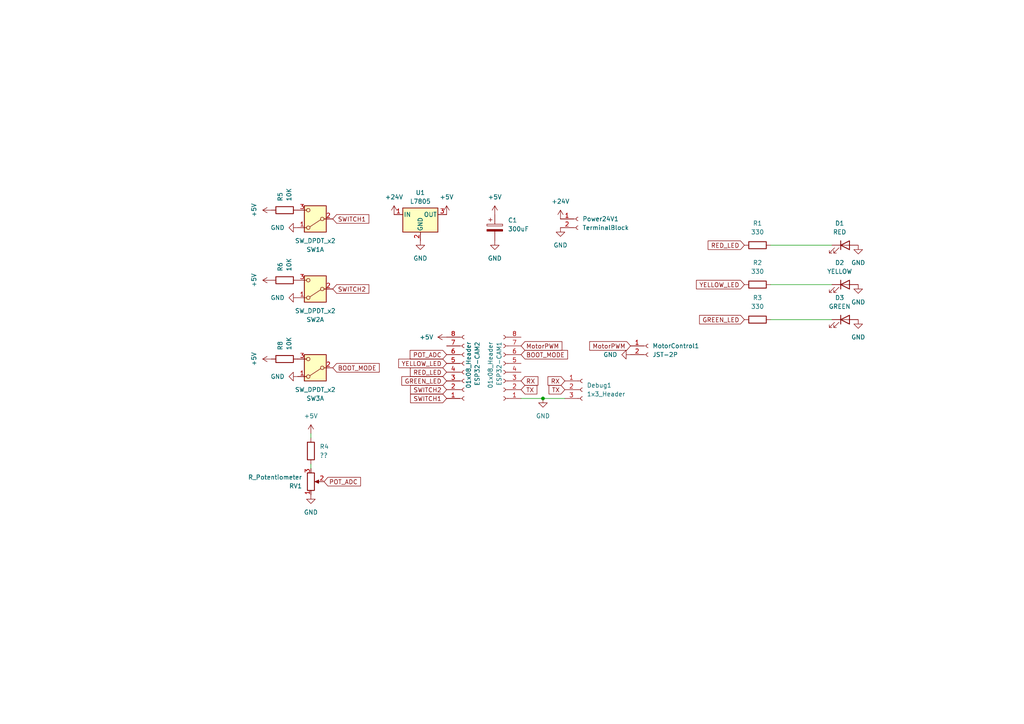
<source format=kicad_sch>
(kicad_sch (version 20230121) (generator eeschema)
  (paper "A4")
  (lib_symbols
    (symbol "Connector:Conn_01x02_Socket" (pin_names (offset 1.016) hide)
      (property "Reference" "J" (at 0 2.54 0))
      (property "Value" "Conn_01x02_Socket" (at 0 -5.08 0))
      (symbol "Conn_01x02_Socket_1_1"
        (arc (start 0 -2.032) (mid -0.5058 -2.54) (end 0 -3.048) (stroke (width 0.1524)))
        (polyline (pts (xy -1.27 -2.54) (xy -0.508 -2.54)) (stroke (width 0.1524)))
        (polyline (pts (xy -1.27 0) (xy -0.508 0)) (stroke (width 0.1524)))
        (arc (start 0 0.508) (mid -0.5058 0) (end 0 -0.508) (stroke (width 0.1524)))
        (pin passive line (at -5.08 0 0) (length 3.81) (name "Pin_1") (number "1"))
        (pin passive line (at -5.08 -2.54 0) (length 3.81) (name "Pin_2") (number "2"))
      )
    )
    (symbol "Connector:Conn_01x03_Socket" (pin_names (offset 1.016) hide)
      (property "Reference" "J" (at 0 5.08 0))
      (property "Value" "Conn_01x03_Socket" (at 0 -5.08 0))
      (symbol "Conn_01x03_Socket_1_1"
        (arc (start 0 -2.032) (mid -0.5058 -2.54) (end 0 -3.048) (stroke (width 0.1524)))
        (polyline (pts (xy -1.27 -2.54) (xy -0.508 -2.54)) (stroke (width 0.1524)))
        (polyline (pts (xy -1.27 0) (xy -0.508 0)) (stroke (width 0.1524)))
        (polyline (pts (xy -1.27 2.54) (xy -0.508 2.54)) (stroke (width 0.1524)))
        (arc (start 0 0.508) (mid -0.5058 0) (end 0 -0.508) (stroke (width 0.1524)))
        (arc (start 0 3.048) (mid -0.5058 2.54) (end 0 2.032) (stroke (width 0.1524)))
        (pin passive line (at -5.08 2.54 0) (length 3.81) (name "Pin_1") (number "1"))
        (pin passive line (at -5.08 0 0) (length 3.81) (name "Pin_2") (number "2"))
        (pin passive line (at -5.08 -2.54 0) (length 3.81) (name "Pin_3") (number "3"))
      )
    )
    (symbol "Connector:Conn_01x08_Socket" (pin_names (offset 1.016) hide)
      (property "Reference" "J" (at 0 10.16 0))
      (property "Value" "Conn_01x08_Socket" (at 0 -12.7 0))
      (symbol "Conn_01x08_Socket_1_1"
        (arc (start 0 -9.652) (mid -0.5058 -10.16) (end 0 -10.668) (stroke (width 0.1524)))
        (arc (start 0 -7.112) (mid -0.5058 -7.62) (end 0 -8.128) (stroke (width 0.1524)))
        (arc (start 0 -4.572) (mid -0.5058 -5.08) (end 0 -5.588) (stroke (width 0.1524)))
        (arc (start 0 -2.032) (mid -0.5058 -2.54) (end 0 -3.048) (stroke (width 0.1524)))
        (polyline (pts (xy -1.27 -10.16) (xy -0.508 -10.16)) (stroke (width 0.1524)))
        (polyline (pts (xy -1.27 -7.62) (xy -0.508 -7.62)) (stroke (width 0.1524)))
        (polyline (pts (xy -1.27 -5.08) (xy -0.508 -5.08)) (stroke (width 0.1524)))
        (polyline (pts (xy -1.27 -2.54) (xy -0.508 -2.54)) (stroke (width 0.1524)))
        (polyline (pts (xy -1.27 0) (xy -0.508 0)) (stroke (width 0.1524)))
        (polyline (pts (xy -1.27 2.54) (xy -0.508 2.54)) (stroke (width 0.1524)))
        (polyline (pts (xy -1.27 5.08) (xy -0.508 5.08)) (stroke (width 0.1524)))
        (polyline (pts (xy -1.27 7.62) (xy -0.508 7.62)) (stroke (width 0.1524)))
        (arc (start 0 0.508) (mid -0.5058 0) (end 0 -0.508) (stroke (width 0.1524)))
        (arc (start 0 3.048) (mid -0.5058 2.54) (end 0 2.032) (stroke (width 0.1524)))
        (arc (start 0 5.588) (mid -0.5058 5.08) (end 0 4.572) (stroke (width 0.1524)))
        (arc (start 0 8.128) (mid -0.5058 7.62) (end 0 7.112) (stroke (width 0.1524)))
        (pin passive line (at -5.08 7.62 0) (length 3.81) (name "Pin_1") (number "1"))
        (pin passive line (at -5.08 5.08 0) (length 3.81) (name "Pin_2") (number "2"))
        (pin passive line (at -5.08 2.54 0) (length 3.81) (name "Pin_3") (number "3"))
        (pin passive line (at -5.08 0 0) (length 3.81) (name "Pin_4") (number "4"))
        (pin passive line (at -5.08 -2.54 0) (length 3.81) (name "Pin_5") (number "5"))
        (pin passive line (at -5.08 -5.08 0) (length 3.81) (name "Pin_6") (number "6"))
        (pin passive line (at -5.08 -7.62 0) (length 3.81) (name "Pin_7") (number "7"))
        (pin passive line (at -5.08 -10.16 0) (length 3.81) (name "Pin_8") (number "8"))
      )
    )
    (symbol "Device:C_Polarized" (pin_numbers hide) (pin_names (offset 0.254))
      (property "Reference" "C" (at 0.635 2.54 0))
      (property "Value" "C_Polarized" (at 0.635 -2.54 0))
      (symbol "C_Polarized_0_1"
        (rectangle (start -2.286 0.508) (end 2.286 1.016))
        (polyline (pts (xy -1.778 2.286) (xy -0.762 2.286)))
        (polyline (pts (xy -1.27 2.794) (xy -1.27 1.778)))
        (rectangle (start 2.286 -0.508) (end -2.286 -1.016) (fill (type outline)))
      )
      (symbol "C_Polarized_1_1"
        (pin passive line (at 0 3.81 270) (length 2.794) (name "~") (number "1"))
        (pin passive line (at 0 -3.81 90) (length 2.794) (name "~") (number "2"))
      )
    )
    (symbol "Device:LED" (pin_numbers hide) (pin_names (offset 1.016) hide)
      (property "Reference" "D" (at 0 2.54 0))
      (property "Value" "LED" (at 0 -2.54 0))
      (symbol "LED_0_1"
        (polyline (pts (xy -1.27 -1.27) (xy -1.27 1.27)) (stroke (width 0.254)))
        (polyline (pts (xy -1.27 0) (xy 1.27 0)))
        (polyline (pts (xy 1.27 -1.27) (xy 1.27 1.27) (xy -1.27 0) (xy 1.27 -1.27)) (stroke (width 0.254)))
        (polyline (pts (xy -3.048 -0.762) (xy -4.572 -2.286) (xy -3.81 -2.286) (xy -4.572 -2.286) (xy -4.572 -1.524)))
        (polyline (pts (xy -1.778 -0.762) (xy -3.302 -2.286) (xy -2.54 -2.286) (xy -3.302 -2.286) (xy -3.302 -1.524)))
      )
      (symbol "LED_1_1"
        (pin passive line (at -3.81 0 0) (length 2.54) (name "K") (number "1"))
        (pin passive line (at 3.81 0 180) (length 2.54) (name "A") (number "2"))
      )
    )
    (symbol "Device:R" (pin_numbers hide) (pin_names (offset 0))
      (property "Reference" "R" (at 2.032 0 90))
      (property "Value" "R" (at 0 0 90))
      (symbol "R_0_1"
        (rectangle (start -1.016 -2.54) (end 1.016 2.54) (stroke (width 0.254)))
      )
      (symbol "R_1_1"
        (pin passive line (at 0 3.81 270) (length 1.27) (name "~") (number "1"))
        (pin passive line (at 0 -3.81 90) (length 1.27) (name "~") (number "2"))
      )
    )
    (symbol "Device:R_Potentiometer" (pin_names (offset 1.016) hide)
      (property "Reference" "RV" (at -4.445 0 90))
      (property "Value" "R_Potentiometer" (at -2.54 0 90))
      (symbol "R_Potentiometer_0_1"
        (polyline (pts (xy 2.54 0) (xy 1.524 0)))
        (polyline (pts (xy 1.143 0) (xy 2.286 0.508) (xy 2.286 -0.508) (xy 1.143 0)) (fill (type outline)))
        (rectangle (start 1.016 2.54) (end -1.016 -2.54) (stroke (width 0.254)))
      )
      (symbol "R_Potentiometer_1_1"
        (pin passive line (at 0 3.81 270) (length 1.27) (name "1") (number "1"))
        (pin passive line (at 3.81 0 180) (length 1.27) (name "2") (number "2"))
        (pin passive line (at 0 -3.81 90) (length 1.27) (name "3") (number "3"))
      )
    )
    (symbol "Regulator_Linear:L7805" (pin_names (offset 0.254))
      (property "Reference" "U" (at -3.81 3.175 0))
      (property "Value" "L7805" (at 0 3.175 0))
      (symbol "L7805_0_1"
        (rectangle (start -5.08 1.905) (end 5.08 -5.08) (stroke (width 0.254)) (fill (type background)))
      )
      (symbol "L7805_1_1"
        (pin power_in line (at -7.62 0 0) (length 2.54) (name "IN") (number "1"))
        (pin power_in line (at 0 -7.62 90) (length 2.54) (name "GND") (number "2"))
        (pin power_out line (at 7.62 0 180) (length 2.54) (name "OUT") (number "3"))
      )
    )
    (symbol "Switch:SW_DPDT_x2" (pin_names (offset 0) hide)
      (property "Reference" "SW" (at 0 5.08 0))
      (property "Value" "SW_DPDT_x2" (at 0 -5.08 0))
      (symbol "SW_DPDT_x2_0_0"
        (circle (center -2.032 0) (radius 0.508))
        (circle (center 2.032 -2.54) (radius 0.508))
      )
      (symbol "SW_DPDT_x2_0_1"
        (rectangle (start -3.175 3.81) (end 3.175 -3.81) (stroke (width 0.254)) (fill (type background)))
        (polyline (pts (xy -1.524 0.254) (xy 1.5748 2.286)))
        (circle (center 2.032 2.54) (radius 0.508))
      )
      (symbol "SW_DPDT_x2_1_1"
        (pin passive line (at 5.08 2.54 180) (length 2.54) (name "A") (number "1"))
        (pin passive line (at -5.08 0 0) (length 2.54) (name "B") (number "2"))
        (pin passive line (at 5.08 -2.54 180) (length 2.54) (name "C") (number "3"))
      )
      (symbol "SW_DPDT_x2_2_1"
        (pin passive line (at 5.08 2.54 180) (length 2.54) (name "A") (number "4"))
        (pin passive line (at -5.08 0 0) (length 2.54) (name "B") (number "5"))
        (pin passive line (at 5.08 -2.54 180) (length 2.54) (name "C") (number "6"))
      )
    )
    (symbol "power:+24V" (power) (pin_names (offset 0))
      (property "Value" "+24V" (at 0 3.556 0))
      (symbol "+24V_0_1"
        (polyline (pts (xy -0.762 1.27) (xy 0 2.54)))
        (polyline (pts (xy 0 0) (xy 0 2.54)))
        (polyline (pts (xy 0 2.54) (xy 0.762 1.27)))
      )
      (symbol "+24V_1_1"
        (pin power_in line (at 0 0 90) (length 0) hide (name "+24V") (number "1"))
      )
    )
    (symbol "power:+5V" (power) (pin_names (offset 0))
      (property "Value" "+5V" (at 0 3.556 0))
      (symbol "+5V_0_1"
        (polyline (pts (xy -0.762 1.27) (xy 0 2.54)))
        (polyline (pts (xy 0 0) (xy 0 2.54)))
        (polyline (pts (xy 0 2.54) (xy 0.762 1.27)))
      )
      (symbol "+5V_1_1"
        (pin power_in line (at 0 0 90) (length 0) hide (name "+5V") (number "1"))
      )
    )
    (symbol "power:GND" (power) (pin_names (offset 0))
      (property "Value" "GND" (at 0 -3.81 0))
      (symbol "GND_0_1"
        (polyline (pts (xy 0 0) (xy 0 -1.27) (xy 1.27 -1.27) (xy 0 -2.54) (xy -1.27 -1.27) (xy 0 -1.27)))
      )
      (symbol "GND_1_1"
        (pin power_in line (at 0 0 270) (length 0) hide (name "GND") (number "1"))
      )
    )
  )
  (junction (at 157.48 115.57))
  (wire (pts (xy 151.13 115.57) (xy 157.48 115.57)))
  (wire (pts (xy 157.48 115.57) (xy 163.83 115.57)))
  (wire (pts (xy 90.17 125.73) (xy 90.17 127)))
  (wire (pts (xy 90.17 134.62) (xy 90.17 135.89)))
  (wire (pts (xy 223.52 92.71) (xy 241.3 92.71)))
  (wire (pts (xy 223.52 82.55) (xy 241.3 82.55)))
  (wire (pts (xy 223.52 71.12) (xy 241.3 71.12)))
  (global_label "RED_LED" (shape input) (at 215.9 71.12 180) (property "Intersheetrefs" "${INTERSHEET_REFS}" (effects hide)))
  (global_label "MotorPWM" (shape input) (at 151.13 100.33 0) (property "Intersheetrefs" "${INTERSHEET_REFS}" (effects hide)))
  (global_label "GREEN_LED" (shape input) (at 129.54 110.49 180) (property "Intersheetrefs" "${INTERSHEET_REFS}" (effects hide)))
  (global_label "RX" (shape input) (at 151.13 110.49 0) (property "Intersheetrefs" "${INTERSHEET_REFS}" (effects hide)))
  (global_label "RED_LED" (shape input) (at 129.54 107.95 180) (property "Intersheetrefs" "${INTERSHEET_REFS}" (effects hide)))
  (global_label "SWITCH2" (shape input) (at 129.54 113.03 180) (property "Intersheetrefs" "${INTERSHEET_REFS}" (effects hide)))
  (global_label "GREEN_LED" (shape input) (at 215.9 92.71 180) (property "Intersheetrefs" "${INTERSHEET_REFS}" (effects hide)))
  (global_label "POT_ADC" (shape input) (at 129.54 102.87 180) (property "Intersheetrefs" "${INTERSHEET_REFS}" (effects hide)))
  (global_label "YELLOW_LED" (shape input) (at 215.9 82.55 180) (property "Intersheetrefs" "${INTERSHEET_REFS}" (effects hide)))
  (global_label "POT_ADC" (shape input) (at 93.98 139.7 0) (property "Intersheetrefs" "${INTERSHEET_REFS}" (effects hide)))
  (global_label "RX" (shape input) (at 163.83 110.49 180) (property "Intersheetrefs" "${INTERSHEET_REFS}" (effects hide)))
  (global_label "SWITCH1" (shape input) (at 96.52 63.5 0) (property "Intersheetrefs" "${INTERSHEET_REFS}" (effects hide)))
  (global_label "BOOT_MODE" (shape input) (at 151.13 102.87 0) (property "Intersheetrefs" "${INTERSHEET_REFS}" (effects hide)))
  (global_label "MotorPWM" (shape input) (at 182.88 100.33 180) (property "Intersheetrefs" "${INTERSHEET_REFS}" (effects hide)))
  (global_label "TX" (shape input) (at 163.83 113.03 180) (property "Intersheetrefs" "${INTERSHEET_REFS}" (effects hide)))
  (global_label "TX" (shape input) (at 151.13 113.03 0) (property "Intersheetrefs" "${INTERSHEET_REFS}" (effects hide)))
  (global_label "YELLOW_LED" (shape input) (at 129.54 105.41 180) (property "Intersheetrefs" "${INTERSHEET_REFS}" (effects hide)))
  (global_label "SWITCH1" (shape input) (at 129.54 115.57 180) (property "Intersheetrefs" "${INTERSHEET_REFS}" (effects hide)))
  (global_label "SWITCH2" (shape input) (at 96.52 83.82 0) (property "Intersheetrefs" "${INTERSHEET_REFS}" (effects hide)))
  (global_label "BOOT_MODE" (shape input) (at 96.52 106.68 0) (property "Intersheetrefs" "${INTERSHEET_REFS}" (effects hide)))
  (symbol (lib_id "power:+5V") (at 129.54 62.23 0) (unit 1)
    (property "Reference" "#PWR06" (effects hide))
    (property "Value" "+5V" (at 129.54 57.15 0))
  )
  (symbol (lib_id "Switch:SW_DPDT_x2") (at 91.44 63.5 180) (unit 1)
    (property "Reference" "SW1" (at 91.44 72.39 0))
    (property "Value" "SW_DPDT_x2" (at 91.44 69.85 0))
    (property "Footprint" "Connector_PinSocket_2.54mm:PinSocket_1x03_P2.54mm_Vertical" (effects hide))
  )
  (symbol (lib_id "Connector:Conn_01x08_Socket") (at 146.05 107.95 180) (unit 1)
    (property "Reference" "ESP32-CAM1" (at 144.78 99.06 90) (effects (justify left)))
    (property "Value" "01x08_Header" (at 142.24 99.06 90) (effects (justify left)))
    (property "Footprint" "Connector_PinSocket_2.54mm:PinSocket_1x08_P2.54mm_Vertical" (effects hide))
  )
  (symbol (lib_id "power:+5V") (at 143.51 62.23 0) (unit 1)
    (property "Reference" "#PWR011" (effects hide))
    (property "Value" "+5V" (at 143.51 57.15 0))
  )
  (symbol (lib_id "power:GND") (at 157.48 115.57 0) (unit 1)
    (property "Reference" "#PWR027" (effects hide))
    (property "Value" "GND" (at 157.48 120.65 0))
  )
  (symbol (lib_id "Device:R") (at 219.71 92.71 90) (unit 1)
    (property "Reference" "R3" (at 219.71 86.36 90))
    (property "Value" "330" (at 219.71 88.9 90))
    (property "Footprint" "Resistor_THT:R_Axial_DIN0207_L6.3mm_D2.5mm_P7.62mm_Horizontal" (effects hide))
  )
  (symbol (lib_id "power:GND") (at 162.56 66.04 0) (unit 1)
    (property "Reference" "#PWR02" (effects hide))
    (property "Value" "GND" (at 162.56 71.12 0))
  )
  (symbol (lib_id "Connector:Conn_01x02_Socket") (at 167.64 63.5 0) (unit 1)
    (property "Reference" "Power24V1" (at 168.91 63.5 0) (effects (justify left)))
    (property "Value" "TerminalBlock" (at 168.91 66.04 0) (effects (justify left)))
    (property "Footprint" "TerminalBlock:TerminalBlock_bornier-2_P5.08mm" (effects hide))
  )
  (symbol (lib_id "power:+5V") (at 129.54 97.79 90) (unit 1)
    (property "Reference" "#PWR026" (effects hide))
    (property "Value" "+5V" (at 125.73 97.79 90) (effects (justify left)))
  )
  (symbol (lib_id "power:GND") (at 182.88 102.87 270) (unit 1)
    (property "Reference" "#PWR017" (effects hide))
    (property "Value" "GND" (at 179.07 102.87 90) (effects (justify right)))
  )
  (symbol (lib_id "Device:C_Polarized") (at 143.51 66.04 0) (unit 1)
    (property "Reference" "C1" (at 147.32 63.881 0) (effects (justify left)))
    (property "Value" "300uF" (at 147.32 66.421 0) (effects (justify left)))
    (property "Footprint" "Capacitor_THT:CP_Radial_D8.0mm_P3.80mm" (effects hide))
  )
  (symbol (lib_id "Connector:Conn_01x02_Socket") (at 187.96 100.33 0) (unit 1)
    (property "Reference" "MotorControl1" (at 189.23 100.33 0) (effects (justify left)))
    (property "Value" "JST-2P" (at 189.23 102.87 0) (effects (justify left)))
    (property "Footprint" "Connector_JST:JST_EH_B2B-EH-A_1x02_P2.50mm_Vertical" (effects hide))
  )
  (symbol (lib_id "power:+5V") (at 78.74 60.96 90) (unit 1)
    (property "Reference" "#PWR013" (effects hide))
    (property "Value" "+5V" (at 73.66 60.96 0))
  )
  (symbol (lib_id "Device:LED") (at 245.11 71.12 0) (unit 1)
    (property "Reference" "D1" (at 243.5225 64.77 0))
    (property "Value" "RED" (at 243.5225 67.31 0))
    (property "Footprint" "Connector_JST:JST_EH_B2B-EH-A_1x02_P2.50mm_Vertical" (effects hide))
  )
  (symbol (lib_id "Device:LED") (at 245.11 82.55 0) (unit 1)
    (property "Reference" "D2" (at 243.5225 76.2 0))
    (property "Value" "YELLOW" (at 243.5225 78.74 0))
    (property "Footprint" "Connector_JST:JST_EH_B2B-EH-A_1x02_P2.50mm_Vertical" (effects hide))
  )
  (symbol (lib_id "power:+5V") (at 78.74 81.28 90) (unit 1)
    (property "Reference" "#PWR014" (effects hide))
    (property "Value" "+5V" (at 73.66 81.28 0))
  )
  (symbol (lib_id "Device:R") (at 82.55 60.96 270) (unit 1)
    (property "Reference" "R5" (at 81.28 58.42 0) (effects (justify right)))
    (property "Value" "10K" (at 83.82 58.42 0) (effects (justify right)))
    (property "Footprint" "Resistor_THT:R_Axial_DIN0207_L6.3mm_D2.5mm_P7.62mm_Horizontal" (effects hide))
  )
  (symbol (lib_id "power:GND") (at 86.36 109.22 270) (unit 1)
    (property "Reference" "#PWR025" (effects hide))
    (property "Value" "GND" (at 82.55 109.22 90) (effects (justify right)))
  )
  (symbol (lib_id "power:+24V") (at 162.56 63.5 0) (unit 1)
    (property "Reference" "#PWR01" (effects hide))
    (property "Value" "+24V" (at 162.56 58.42 0))
  )
  (symbol (lib_id "Regulator_Linear:L7805") (at 121.92 62.23 0) (unit 1)
    (property "Reference" "U1" (at 121.92 55.88 0))
    (property "Value" "L7805" (at 121.92 58.42 0))
    (property "Footprint" "Package_TO_SOT_THT:TO-220-3_Vertical" (effects hide))
    (property "Datasheet" "http://www.st.com/content/ccc/resource/technical/document/datasheet/41/4f/b3/b0/12/d4/47/88/CD00000444.pdf/files/CD00000444.pdf/jcr:content/translations/en.CD00000444.pdf" (effects hide))
  )
  (symbol (lib_id "Connector:Conn_01x08_Socket") (at 134.62 107.95 0) (mirror x) (unit 1)
    (property "Reference" "ESP32-CAM2" (at 138.43 99.06 90) (effects (justify left)))
    (property "Value" "01x08_Header" (at 135.89 99.06 90) (effects (justify left)))
    (property "Footprint" "Connector_PinSocket_2.54mm:PinSocket_1x08_P2.54mm_Vertical" (effects hide))
  )
  (symbol (lib_id "Switch:SW_DPDT_x2") (at 91.44 83.82 180) (unit 1)
    (property "Reference" "SW2" (at 91.44 92.71 0))
    (property "Value" "SW_DPDT_x2" (at 91.44 90.17 0))
    (property "Footprint" "Connector_PinSocket_2.54mm:PinSocket_1x03_P2.54mm_Vertical" (effects hide))
  )
  (symbol (lib_id "Device:R") (at 219.71 71.12 90) (unit 1)
    (property "Reference" "R1" (at 219.71 64.77 90))
    (property "Value" "330" (at 219.71 67.31 90))
    (property "Footprint" "Resistor_THT:R_Axial_DIN0207_L6.3mm_D2.5mm_P7.62mm_Horizontal" (effects hide))
  )
  (symbol (lib_id "power:GND") (at 248.92 82.55 0) (unit 1)
    (property "Reference" "#PWR04" (effects hide))
    (property "Value" "GND" (at 248.92 87.63 0))
  )
  (symbol (lib_id "Device:R_Potentiometer") (at 90.17 139.7 0) (mirror x) (unit 1)
    (property "Reference" "RV1" (at 87.63 140.97 0) (effects (justify right)))
    (property "Value" "R_Potentiometer" (at 87.63 138.43 0) (effects (justify right)))
    (property "Footprint" "Potentiometer_THT:Potentiometer_Alps_RK163_Single_Horizontal" (effects hide))
  )
  (symbol (lib_id "power:GND") (at 248.92 92.71 0) (unit 1)
    (property "Reference" "#PWR05" (effects hide))
    (property "Value" "GND" (at 248.92 97.79 0))
  )
  (symbol (lib_id "Switch:SW_DPDT_x2") (at 91.44 106.68 180) (unit 1)
    (property "Reference" "SW3" (at 91.44 115.57 0))
    (property "Value" "SW_DPDT_x2" (at 91.44 113.03 0))
    (property "Footprint" "Connector_PinSocket_2.54mm:PinSocket_1x03_P2.54mm_Vertical" (effects hide))
  )
  (symbol (lib_id "power:GND") (at 90.17 143.51 0) (unit 1)
    (property "Reference" "#PWR010" (effects hide))
    (property "Value" "GND" (at 90.17 148.59 0))
  )
  (symbol (lib_id "Device:R") (at 82.55 81.28 270) (unit 1)
    (property "Reference" "R6" (at 81.28 78.74 0) (effects (justify right)))
    (property "Value" "10K" (at 83.82 78.74 0) (effects (justify right)))
    (property "Footprint" "Resistor_THT:R_Axial_DIN0207_L6.3mm_D2.5mm_P7.62mm_Horizontal" (effects hide))
  )
  (symbol (lib_id "Device:R") (at 82.55 104.14 270) (unit 1)
    (property "Reference" "R8" (at 81.28 101.6 0) (effects (justify right)))
    (property "Value" "10K" (at 83.82 101.6 0) (effects (justify right)))
    (property "Footprint" "Resistor_THT:R_Axial_DIN0207_L6.3mm_D2.5mm_P7.62mm_Horizontal" (effects hide))
  )
  (symbol (lib_id "power:+5V") (at 78.74 104.14 90) (unit 1)
    (property "Reference" "#PWR019" (effects hide))
    (property "Value" "+5V" (at 73.66 104.14 0))
  )
  (symbol (lib_id "Connector:Conn_01x03_Socket") (at 168.91 113.03 0) (unit 1)
    (property "Reference" "Debug1" (at 170.18 111.76 0) (effects (justify left)))
    (property "Value" "1x3_Header" (at 170.18 114.3 0) (effects (justify left)))
    (property "Footprint" "Connector_PinSocket_2.54mm:PinSocket_1x03_P2.54mm_Vertical" (effects hide))
  )
  (symbol (lib_id "power:GND") (at 143.51 69.85 0) (unit 1)
    (property "Reference" "#PWR012" (effects hide))
    (property "Value" "GND" (at 143.51 74.93 0))
  )
  (symbol (lib_id "power:+5V") (at 90.17 125.73 0) (unit 1)
    (property "Reference" "#PWR09" (effects hide))
    (property "Value" "+5V" (at 90.17 120.65 0))
  )
  (symbol (lib_id "power:GND") (at 86.36 66.04 270) (unit 1)
    (property "Reference" "#PWR016" (effects hide))
    (property "Value" "GND" (at 82.55 66.04 90) (effects (justify right)))
  )
  (symbol (lib_id "Device:R") (at 90.17 130.81 180) (unit 1)
    (property "Reference" "R4" (at 92.71 129.54 0) (effects (justify right)))
    (property "Value" "??" (at 92.71 132.08 0) (effects (justify right)))
    (property "Footprint" "Resistor_THT:R_Axial_DIN0207_L6.3mm_D2.5mm_P7.62mm_Horizontal" (effects hide))
  )
  (symbol (lib_id "power:GND") (at 248.92 71.12 0) (unit 1)
    (property "Reference" "#PWR03" (effects hide))
    (property "Value" "GND" (at 248.92 76.2 0))
  )
  (symbol (lib_id "power:GND") (at 86.36 86.36 270) (unit 1)
    (property "Reference" "#PWR015" (effects hide))
    (property "Value" "GND" (at 82.55 86.36 90) (effects (justify right)))
  )
  (symbol (lib_id "power:GND") (at 121.92 69.85 0) (unit 1)
    (property "Reference" "#PWR08" (effects hide))
    (property "Value" "GND" (at 121.92 74.93 0))
  )
  (symbol (lib_id "power:+24V") (at 114.3 62.23 0) (unit 1)
    (property "Reference" "#PWR07" (effects hide))
    (property "Value" "+24V" (at 114.3 57.15 0))
  )
  (symbol (lib_id "Device:R") (at 219.71 82.55 90) (unit 1)
    (property "Reference" "R2" (at 219.71 76.2 90))
    (property "Value" "330" (at 219.71 78.74 90))
    (property "Footprint" "Resistor_THT:R_Axial_DIN0207_L6.3mm_D2.5mm_P7.62mm_Horizontal" (effects hide))
  )
  (symbol (lib_id "Device:LED") (at 245.11 92.71 0) (unit 1)
    (property "Reference" "D3" (at 243.5225 86.36 0))
    (property "Value" "GREEN" (at 243.5225 88.9 0))
    (property "Footprint" "Connector_JST:JST_EH_B2B-EH-A_1x02_P2.50mm_Vertical" (effects hide))
  )
)
</source>
